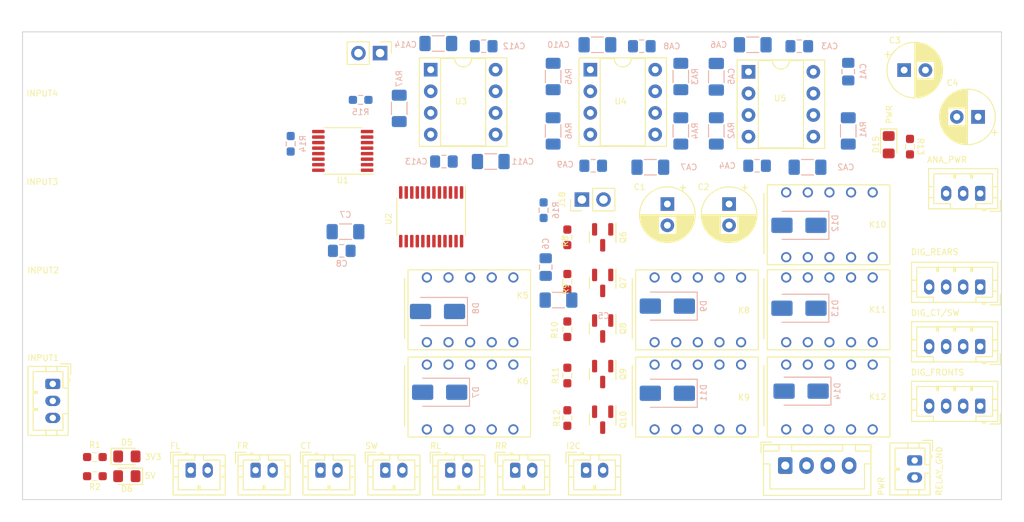
<source format=kicad_pcb>
(kicad_pcb (version 20221018) (generator pcbnew)
  (layers (0 "F.Cu" signal) (31 "B.Cu" signal) (34 "B.Paste" user) (35 "F.Paste" user) (36 "B.SilkS" user "B.Silkscreen") (37 "F.SilkS" user "F.Silkscreen") (38 "B.Mask" user) (39 "F.Mask" user) (44 "Edge.Cuts" user))
  (net 0 "")
  (net 1 "SCL")
  (net 2 "SDA")
  (net 3 "GND")
  (net 4 "AGND")
  (net 5 "FL")
  (net 6 "FR")
  (net 7 "CT")
  (net 8 "SW")
  (net 9 "RL")
  (net 10 "FL_DIG")
  (net 11 "FL_A")
  (net 12 "FR_A")
  (net 13 "FR_DIG")
  (net 14 "CT_DIG")
  (net 15 "CT_A")
  (net 16 "SW_A")
  (net 17 "SW_DIG")
  (net 18 "RL_DIG")
  (net 19 "RL_A")
  (net 20 "RR_A")
  (net 21 "RR_DIG")
  (net 22 "INPUT_L")
  (net 23 "INPUT_R")
  (net 24 "5CHGND")
  (net 25 "FR_AIN")
  (net 26 "FL_AIN")
  (net 27 "FR_AV")
  (net 28 "FL_AV")
  (net 29 "V-")
  (net 30 "V+")
  (net 31 "Net-(U5-InA+)")
  (net 35 "OPGND")
  (net 36 "3V3")
  (net 37 "5V")
  (net 38 "Net-(D5-A)")
  (net 39 "RCA4")
  (net 40 "RCA3")
  (net 41 "RCA2")
  (net 42 "RCA1")
  (net 43 "VOLCTL")
  (net 44 "Net-(Q6-B)")
  (net 45 "DIGCTL")
  (net 46 "RR")
  (net 47 "SW_SIG")
  (net 48 "RR_SIG")
  (net 49 "Net-(U1-VCC)")
  (net 50 "Net-(U4-InB-)")
  (net 51 "Net-(U4-OutA)")
  (net 52 "Net-(U4-InA-)")
  (net 53 "FR_SIG")
  (net 54 "Net-(Q7-B)")
  (net 55 "Net-(Q8-B)")
  (net 56 "Net-(Q9-B)")
  (net 57 "Net-(Q10-B)")
  (net 58 "FRONT_EN")
  (net 59 "CT_EN")
  (net 60 "SW_EN")
  (net 61 "REARS_EN")
  (net 70 "Net-(D15-A)")
  (net 71 "FL_SIG")
  (net 72 "CT_SIG")
  (net 73 "RL_SIG")
  (net 74 "Net-(D11-A)")
  (net 75 "Net-(D7-A)")
  (net 76 "Net-(D12-A)")
  (net 77 "Net-(D13-A)")
  (net 78 "Net-(D14-A)")
  (net 83 "Net-(CA5-Pad2)")
  (net 84 "Net-(D6-A)")
  (net 85 "POT_A1")
  (net 86 "GPIO_A2")
  (net 87 "PGND")
  (footprint "Capacitor_THT:CP_Radial_D6.3mm_P2.50mm" (layer "F.Cu") (at 188.25 83.25 -90)
    (fp_text reference "C1" (at -2 3.25 unlocked) (layer "F.SilkS") (effects (font (size 0.7 0.7) (thickness 0.1))))
    (fp_text value "100u")
    (pad "1" thru_hole rect (at 0 0 270) (size 1.6 1.6) (drill 0.8) (layers "*.Cu" "*.Mask") (net 37 "5V"))
    (pad "2" thru_hole circle (at 2.5 0 270) (size 1.6 1.6) (drill 0.8) (layers "*.Cu" "*.Mask") (net 3 "GND"))
  )
  (footprint "Package_DIP:DIP-8_W7.62mm_Socket" (layer "F.Cu") (at 197.78 67.7)
    (fp_text reference "U5" (at 3.719497 3.107491 unlocked) (layer "F.SilkS") (effects (font (size 0.7 0.7) (thickness 0.1))))
    (fp_text value "OPA2134")
    (pad "1" thru_hole rect (at 0 0) (size 1.6 1.6) (drill 0.8) (layers "*.Cu" "*.Mask") (net 16 "SW_A"))
    (pad "2" thru_hole oval (at 0 2.54) (size 1.6 1.6) (drill 0.8) (layers "*.Cu" "*.Mask") (net 16 "SW_A"))
    (pad "3" thru_hole oval (at 0 5.08) (size 1.6 1.6) (drill 0.8) (layers "*.Cu" "*.Mask") (net 31 "Net-(U5-InA+)"))
    (pad "4" thru_hole oval (at 0 7.62) (size 1.6 1.6) (drill 0.8) (layers "*.Cu" "*.Mask") (net 29 "V-"))
    (pad "5" thru_hole oval (at 7.62 7.62) (size 1.6 1.6) (drill 0.8) (layers "*.Cu" "*.Mask") (net 35 "OPGND"))
    (pad "6" thru_hole oval (at 7.62 5.08) (size 1.6 1.6) (drill 0.8) (layers "*.Cu" "*.Mask") (net 35 "OPGND"))
    (pad "7" thru_hole oval (at 7.62 2.54) (size 1.6 1.6) (drill 0.8) (layers "*.Cu" "*.Mask"))
    (pad "8" thru_hole oval (at 7.62 0) (size 1.6 1.6) (drill 0.8) (layers "*.Cu" "*.Mask") (net 30 "V+"))
  )
  (footprint "Package_DIP:DIP-8_W7.62mm_Socket" (layer "F.Cu") (at 179.2 67.45)
    (fp_text reference "U4" (at 3.559497 3.727491 unlocked) (layer "F.SilkS") (effects (font (size 0.7 0.7) (thickness 0.1))))
    (fp_text value "OPA2134")
    (pad "1" thru_hole rect (at 0 0) (size 1.6 1.6) (drill 0.8) (layers "*.Cu" "*.Mask") (net 51 "Net-(U4-OutA)"))
    (pad "2" thru_hole oval (at 0 2.54) (size 1.6 1.6) (drill 0.8) (layers "*.Cu" "*.Mask") (net 52 "Net-(U4-InA-)"))
    (pad "3" thru_hole oval (at 0 5.08) (size 1.6 1.6) (drill 0.8) (layers "*.Cu" "*.Mask") (net 35 "OPGND"))
    (pad "4" thru_hole oval (at 0 7.62) (size 1.6 1.6) (drill 0.8) (layers "*.Cu" "*.Mask") (net 29 "V-"))
    (pad "5" thru_hole oval (at 7.62 7.62) (size 1.6 1.6) (drill 0.8) (layers "*.Cu" "*.Mask") (net 35 "OPGND"))
    (pad "6" thru_hole oval (at 7.62 5.08) (size 1.6 1.6) (drill 0.8) (layers "*.Cu" "*.Mask") (net 50 "Net-(U4-InB-)"))
    (pad "7" thru_hole oval (at 7.62 2.54) (size 1.6 1.6) (drill 0.8) (layers "*.Cu" "*.Mask") (net 15 "CT_A"))
    (pad "8" thru_hole oval (at 7.62 0) (size 1.6 1.6) (drill 0.8) (layers "*.Cu" "*.Mask") (net 30 "V+"))
  )
  (footprint "Connector_JST:JST_PH_B2B-PH-K_1x02_P2.00mm_Vertical" (layer "F.Cu") (at 162.75 114.55)
    (fp_text reference "J9" hide)
    (fp_text value "Conn_01x02_Pin")
    (pad "1" thru_hole roundrect (at 0 0) (size 1.2 1.75) (drill 0.75) (layers "*.Cu" "*.Mask") (roundrect_rratio 0.208333) (net 4 "AGND"))
    (pad "2" thru_hole oval (at 2 0) (size 1.2 1.75) (drill 0.75) (layers "*.Cu" "*.Mask") (net 9 "RL"))
  )
  (footprint "Resistor_SMD:R_0603_1608Metric_Pad0.98x0.95mm_HandSolder" (layer "F.Cu") (at 176.5 103.4125 90)
    (fp_text reference "R11" (at 0 -1.4 90 unlocked) (layer "F.SilkS") (effects (font (size 0.7 0.7) (thickness 0.1))))
    (fp_text value "1K")
    (pad "1" smd roundrect (at -0.9125 0 90) (size 0.975 0.95) (layers "F.Cu" "F.Paste" "F.Mask") (net 61 "REARS_EN"))
    (pad "2" smd roundrect (at 0.9125 0 90) (size 0.975 0.95) (layers "F.Cu" "F.Paste" "F.Mask") (net 44 "Net-(Q6-B)"))
  )
  (footprint "MountingHole:MountingHole_3.2mm_M3" (layer "F.Cu") (at 225 115.5)
    (fp_text reference "H4" hide)
    (fp_text value "MountingHole")
    (pad "" np_thru_hole circle (at 0 0) (size 3.2 3.2) (drill 3.2) (layers "*.Cu" "*.Mask"))
  )
  (footprint "Capacitor_THT:CP_Radial_D6.3mm_P2.50mm" (layer "F.Cu") (at 216.0676 67.5)
    (fp_text reference "C3" (at -1.1 -3.5 unlocked) (layer "F.SilkS") (effects (font (size 0.7 0.7) (thickness 0.1))))
    (fp_text value "100u")
    (pad "1" thru_hole rect (at 0 0) (size 1.6 1.6) (drill 0.8) (layers "*.Cu" "*.Mask") (net 4 "AGND"))
    (pad "2" thru_hole circle (at 2.5 0) (size 1.6 1.6) (drill 0.8) (layers "*.Cu" "*.Mask") (net 29 "V-"))
  )
  (footprint "Package_SO:TSSOP-24_4.4x7.8mm_P0.65mm" (layer "F.Cu") (at 160.5 84.75 -90)
    (fp_text reference "U2" (at 0.25 5 90 unlocked) (layer "F.SilkS") (effects (font (size 0.7 0.7) (thickness 0.1))))
    (fp_text value "TCA9555")
    (pad "1" smd roundrect (at -2.8625 -3.575 270) (size 1.475 0.4) (layers "F.Cu" "F.Paste" "F.Mask"))
    (pad "2" smd roundrect (at -2.8625 -2.925 270) (size 1.475 0.4) (layers "F.Cu" "F.Paste" "F.Mask") (net 3 "GND"))
    (pad "3" smd roundrect (at -2.8625 -2.275 270) (size 1.475 0.4) (layers "F.Cu" "F.Paste" "F.Mask") (net 86 "GPIO_A2"))
    (pad "4" smd roundrect (at -2.8625 -1.625 270) (size 1.475 0.4) (layers "F.Cu" "F.Paste" "F.Mask") (net 39 "RCA4"))
    (pad "5" smd roundrect (at -2.8625 -0.975 270) (size 1.475 0.4) (layers "F.Cu" "F.Paste" "F.Mask") (net 40 "RCA3"))
    (pad "6" smd roundrect (at -2.8625 -0.325 270) (size 1.475 0.4) (layers "F.Cu" "F.Paste" "F.Mask") (net 41 "RCA2"))
    (pad "7" smd roundrect (at -2.8625 0.325 270) (size 1.475 0.4) (layers "F.Cu" "F.Paste" "F.Mask") (net 42 "RCA1"))
    (pad "8" smd roundrect (at -2.8625 0.975 270) (size 1.475 0.4) (layers "F.Cu" "F.Paste" "F.Mask") (net 43 "VOLCTL"))
    (pad "9" smd roundrect (at -2.8625 1.625 270) (size 1.475 0.4) (layers "F.Cu" "F.Paste" "F.Mask"))
    (pad "10" smd roundrect (at -2.8625 2.275 270) (size 1.475 0.4) (layers "F.Cu" "F.Paste" "F.Mask"))
    (pad "11" smd roundrect (at -2.8625 2.925 270) (size 1.475 0.4) (layers "F.Cu" "F.Paste" "F.Mask"))
    (pad "12" smd roundrect (at -2.8625 3.575 270) (size 1.475 0.4) (layers "F.Cu" "F.Paste" "F.Mask") (net 3 "GND"))
    (pad "13" smd roundrect (at 2.8625 3.575 270) (size 1.475 0.4) (layers "F.Cu" "F.Paste" "F.Mask") (net 45 "DIGCTL"))
    (pad "14" smd roundrect (at 2.8625 2.925 270) (size 1.475 0.4) (layers "F.Cu" "F.Paste" "F.Mask") (net 58 "FRONT_EN"))
    (pad "15" smd roundrect (at 2.8625 2.275 270) (size 1.475 0.4) (layers "F.Cu" "F.Paste" "F.Mask") (net 59 "CT_EN"))
    (pad "16" smd roundrect (at 2.8625 1.625 270) (size 1.475 0.4) (layers "F.Cu" "F.Paste" "F.Mask") (net 61 "REARS_EN"))
    (pad "17" smd roundrect (at 2.8625 0.975 270) (size 1.475 0.4) (layers "F.Cu" "F.Paste" "F.Mask") (net 60 "SW_EN"))
    (pad "18" smd roundrect (at 2.8625 0.325 270) (size 1.475 0.4) (layers "F.Cu" "F.Paste" "F.Mask"))
    (pad "19" smd roundrect (at 2.8625 -0.325 270) (size 1.475 0.4) (layers "F.Cu" "F.Paste" "F.Mask"))
    (pad "20" smd roundrect (at 2.8625 -0.975 270) (size 1.475 0.4) (layers "F.Cu" "F.Paste" "F.Mask"))
    (pad "21" smd roundrect (at 2.8625 -1.625 270) (size 1.475 0.4) (layers "F.Cu" "F.Paste" "F.Mask") (net 3 "GND"))
    (pad "22" smd roundrect (at 2.8625 -2.275 270) (size 1.475 0.4) (layers "F.Cu" "F.Paste" "F.Mask") (net 1 "SCL"))
    (pad "23" smd roundrect (at 2.8625 -2.925 270) (size 1.475 0.4) (layers "F.Cu" "F.Paste" "F.Mask") (net 2 "SDA"))
    (pad "24" smd roundrect (at 2.8625 -3.575 270) (size 1.475 0.4) (layers "F.Cu" "F.Paste" "F.Mask") (net 36 "3V3"))
  )
  (footprint "Connector_JST:JST_PH_B4B-PH-K_1x04_P2.00mm_Vertical" (layer "F.Cu") (at 225 107 180)
    (fp_text reference "J15" hide)
    (fp_text value "Conn_01x04_Pin")
    (pad "1" thru_hole roundrect (at 0 0 180) (size 1.2 1.75) (drill 0.75) (layers "*.Cu" "*.Mask") (roundrect_rratio 0.208333) (net 24 "5CHGND"))
    (pad "2" thru_hole oval (at 2 0 180) (size 1.2 1.75) (drill 0.75) (layers "*.Cu" "*.Mask") (net 10 "FL_DIG"))
    (pad "3" thru_hole oval (at 4 0 180) (size 1.2 1.75) (drill 0.75) (layers "*.Cu" "*.Mask") (net 24 "5CHGND"))
    (pad "4" thru_hole oval (at 6 0 180) (size 1.2 1.75) (drill 0.75) (layers "*.Cu" "*.Mask") (net 13 "FR_DIG"))
  )
  (footprint "Resistor_SMD:R_0603_1608Metric_Pad0.98x0.95mm_HandSolder" (layer "F.Cu") (at 176.5 97.9687 90)
    (fp_text reference "R10" (at -0.0938 -1.5 90 unlocked) (layer "F.SilkS") (effects (font (size 0.7 0.7) (thickness 0.1))))
    (fp_text value "1K")
    (pad "1" smd roundrect (at -0.9125 0 90) (size 0.975 0.95) (layers "F.Cu" "F.Paste" "F.Mask") (net 60 "SW_EN"))
    (pad "2" smd roundrect (at 0.9125 0 90) (size 0.975 0.95) (layers "F.Cu" "F.Paste" "F.Mask") (net 54 "Net-(Q7-B)"))
  )
  (footprint "Connector_JST:JST_PH_B2B-PH-K_1x02_P2.00mm_Vertical" (layer "F.Cu") (at 155.125 114.55)
    (fp_text reference "J8" hide)
    (fp_text value "Conn_01x02_Pin")
    (pad "1" thru_hole roundrect (at 0 0) (size 1.2 1.75) (drill 0.75) (layers "*.Cu" "*.Mask") (roundrect_rratio 0.208333) (net 4 "AGND"))
    (pad "2" thru_hole oval (at 2 0) (size 1.2 1.75) (drill 0.75) (layers "*.Cu" "*.Mask") (net 8 "SW"))
  )
  (footprint "Connector_JST:JST_PH_B3B-PH-K_1x03_P2.00mm_Vertical" (layer "F.Cu") (at 225 82 180)
    (fp_text reference "J16" hide)
    (fp_text value "Conn_01x03_Pin")
    (pad "1" thru_hole roundrect (at 0 0 180) (size 1.2 1.75) (drill 0.75) (layers "*.Cu" "*.Mask") (roundrect_rratio 0.208333) (net 29 "V-"))
    (pad "2" thru_hole oval (at 2 0 180) (size 1.2 1.75) (drill 0.75) (layers "*.Cu" "*.Mask") (net 35 "OPGND"))
    (pad "3" thru_hole oval (at 4 0 180) (size 1.2 1.75) (drill 0.75) (layers "*.Cu" "*.Mask") (net 30 "V+"))
  )
  (footprint "Package_TO_SOT_SMD:SOT-23" (layer "F.Cu") (at 180.65 103.2425 -90)
    (fp_text reference "Q9" (at 0 -2.4 90 unlocked) (layer "F.SilkS") (effects (font (size 0.7 0.7) (thickness 0.1))))
    (fp_text value "BC859")
    (pad "1" smd roundrect (at -0.9375 -0.95 270) (size 1.475 0.6) (layers "F.Cu" "F.Paste" "F.Mask") (net 56 "Net-(Q9-B)"))
    (pad "2" smd roundrect (at -0.9375 0.95 270) (size 1.475 0.6) (layers "F.Cu" "F.Paste" "F.Mask") (net 75 "Net-(D7-A)"))
    (pad "3" smd roundrect (at 0.9375 0 270) (size 1.475 0.6) (layers "F.Cu" "F.Paste" "F.Mask") (net 87 "PGND"))
  )
  (footprint "LED_SMD:LED_0805_2012Metric_Pad1.15x1.40mm_HandSolder" (layer "F.Cu") (at 124.755 112.925)
    (fp_text reference "D5" (at 0 -1.65 unlocked) (layer "F.SilkS") (effects (font (size 0.7 0.7) (thickness 0.1))))
    (fp_text value "YELLOW")
    (pad "1" smd roundrect (at -1.025 0) (size 1.15 1.4) (layers "F.Cu" "F.Paste" "F.Mask") (roundrect_rratio 0.217391) (net 3 "GND"))
    (pad "2" smd roundrect (at 1.025 0) (size 1.15 1.4) (layers "F.Cu" "F.Paste" "F.Mask") (roundrect_rratio 0.217391) (net 38 "Net-(D5-A)"))
  )
  (footprint "Components:KEMET EA2" (layer "F.Cu") (at 191.83 105.94)
    (fp_text reference "K9" (at 5.42 0.06 unlocked) (layer "F.SilkS") (effects (font (size 0.7 0.7) (thickness 0.1))))
    (fp_text value "EC2-5NU")
    (pad "1" thru_hole circle (at -5.08 3.81) (size 1.2 1.2) (drill 0.8) (layers "*.Cu" "*.Mask") (net 37 "5V"))
    (pad "3" thru_hole circle (at -2.54 3.81) (size 1.2 1.2) (drill 0.8) (layers "*.Cu" "*.Mask") (net 4 "AGND"))
    (pad "4" thru_hole circle (at 0 3.81) (size 1.2 1.2) (drill 0.8) (layers "*.Cu" "*.Mask") (net 7 "CT"))
    (pad "5" thru_hole circle (at 2.54 3.81) (size 1.2 1.2) (drill 0.8) (layers "*.Cu" "*.Mask") (net 72 "CT_SIG"))
    (pad "6" thru_hole circle (at 5.08 3.81) (size 1.2 1.2) (drill 0.8) (layers "*.Cu" "*.Mask"))
    (pad "7" thru_hole circle (at 5.08 -3.81) (size 1.2 1.2) (drill 0.8) (layers "*.Cu" "*.Mask"))
    (pad "8" thru_hole circle (at 2.54 -3.81) (size 1.2 1.2) (drill 0.8) (layers "*.Cu" "*.Mask"))
    (pad "9" thru_hole circle (at 0 -3.81) (size 1.2 1.2) (drill 0.8) (layers "*.Cu" "*.Mask"))
    (pad "10" thru_hole circle (at -2.54 -3.81) (size 1.2 1.2) (drill 0.8) (layers "*.Cu" "*.Mask"))
    (pad "12" thru_hole circle (at -5.08 -3.81) (size 1.2 1.2) (drill 0.8) (layers "*.Cu" "*.Mask") (net 74 "Net-(D11-A)"))
  )
  (footprint "Connector_JST:JST_PH_B2B-PH-K_1x02_P2.00mm_Vertical" (layer "F.Cu") (at 139.875 114.55)
    (fp_text reference "J6" hide)
    (fp_text value "Conn_01x02_Pin")
    (pad "1" thru_hole roundrect (at 0 0) (size 1.2 1.75) (drill 0.75) (layers "*.Cu" "*.Mask") (roundrect_rratio 0.208333) (net 4 "AGND"))
    (pad "2" thru_hole oval (at 2 0) (size 1.2 1.75) (drill 0.75) (layers "*.Cu" "*.Mask") (net 6 "FR"))
  )
  (footprint "Resistor_SMD:R_0603_1608Metric_Pad0.98x0.95mm_HandSolder" (layer "F.Cu") (at 121 115.25)
    (fp_text reference "R2" (at 0 1.25 unlocked) (layer "F.SilkS") (effects (font (size 0.7 0.7) (thickness 0.1))))
    (fp_text value "670R")
    (pad "1" smd roundrect (at -0.9125 0) (size 0.975 0.95) (layers "F.Cu" "F.Paste" "F.Mask") (net 37 "5V"))
    (pad "2" smd roundrect (at 0.9125 0) (size 0.975 0.95) (layers "F.Cu" "F.Paste" "F.Mask") (net 84 "Net-(D6-A)"))
  )
  (footprint "MountingHole:MountingHole_3.2mm_M3" (layer "F.Cu") (at 115 65.5)
    (fp_text reference "H1" hide)
    (fp_text value "MountingHole")
    (pad "" np_thru_hole circle (at 0 0) (size 3.2 3.2) (drill 3.2) (layers "*.Cu" "*.Mask"))
  )
  (footprint "Components:KEMET EA2" (layer "F.Cu") (at 207.29 85.69)
    (fp_text reference "K10" (at 5.67 -0.0233 unlocked) (layer "F.SilkS") (effects (font (size 0.7 0.7) (thickness 0.1))))
    (fp_text value "EC2-5NU")
    (pad "1" thru_hole circle (at -5.08 3.81) (size 1.2 1.2) (drill 0.8) (layers "*.Cu" "*.Mask") (net 37 "5V"))
    (pad "3" thru_hole circle (at -2.54 3.81) (size 1.2 1.2) (drill 0.8) (layers "*.Cu" "*.Mask") (net 19 "RL_A"))
    (pad "4" thru_hole circle (at 0 3.81) (size 1.2 1.2) (drill 0.8) (layers "*.Cu" "*.Mask") (net 73 "RL_SIG"))
    (pad "5" thru_hole circle (at 2.54 3.81) (size 1.2 1.2) (drill 0.8) (layers "*.Cu" "*.Mask") (net 18 "RL_DIG"))
    (pad "6" thru_hole circle (at 5.08 3.81) (size 1.2 1.2) (drill 0.8) (layers "*.Cu" "*.Mask"))
    (pad "7" thru_hole circle (at 5.08 -3.81) (size 1.2 1.2) (drill 0.8) (layers "*.Cu" "*.Mask"))
    (pad "8" thru_hole circle (at 2.54 -3.81) (size 1.2 1.2) (drill 0.8) (layers "*.Cu" "*.Mask") (net 21 "RR_DIG"))
    (pad "9" thru_hole circle (at 0 -3.81) (size 1.2 1.2) (drill 0.8) (layers "*.Cu" "*.Mask") (net 48 "RR_SIG"))
    (pad "10" thru_hole circle (at -2.54 -3.81) (size 1.2 1.2) (drill 0.8) (layers "*.Cu" "*.Mask") (net 20 "RR_A"))
    (pad "12" thru_hole circle (at -5.08 -3.81) (size 1.2 1.2) (drill 0.8) (layers "*.Cu" "*.Mask") (net 76 "Net-(D12-A)"))
  )
  (footprint "Connector_JST:JST_XH_B4B-XH-A_1x04_P2.50mm_Vertical" (layer "F.Cu") (at 202.1 114)
    (fp_text reference "J12" hide)
    (fp_text value "Conn_01x04_Pin")
    (pad "1" thru_hole roundrect (at 0 0) (size 1.7 1.95) (drill 0.95) (layers "*.Cu" "*.Mask") (roundrect_rratio 0.147059) (net 3 "GND"))
    (pad "2" thru_hole oval (at 2.5 0) (size 1.7 1.95) (drill 0.95) (layers "*.Cu" "*.Mask") (net 36 "3V3"))
    (pad "3" thru_hole oval (at 5 0) (size 1.7 1.95) (drill 0.95) (layers "*.Cu" "*.Mask") (net 4 "AGND"))
    (pad "4" thru_hole oval (at 7.5 0) (size 1.7 1.95) (drill 0.95) (layers "*.Cu" "*.Mask") (net 37 "5V"))
  )
  (footprint "Resistor_SMD:R_0603_1608Metric_Pad0.98x0.95mm_HandSolder" (layer "F.Cu") (at 176.5 87.1625 90)
    (fp_text reference "R8" (at -0.45 -0.25 90 unlocked) (layer "F.SilkS") (effects (font (size 0.7 0.7) (thickness 0.1))))
    (fp_text value "1K")
    (pad "1" smd roundrect (at -0.9125 0 90) (size 0.975 0.95) (layers "F.Cu" "F.Paste" "F.Mask") (net 58 "FRONT_EN"))
    (pad "2" smd roundrect (at 0.9125 0 90) (size 0.975 0.95) (layers "F.Cu" "F.Paste" "F.Mask") (net 56 "Net-(Q9-B)"))
  )
  (footprint "Connector_JST:JST_PH_B2B-PH-K_1x02_P2.00mm_Vertical" (layer "F.Cu") (at 217.3 113.4 -90)
    (fp_text reference "J19" hide)
    (fp_text value "Conn_01x02_Pin")
    (pad "1" thru_hole roundrect (at 0 0 270) (size 1.2 1.75) (drill 0.75) (layers "*.Cu" "*.Mask") (roundrect_rratio 0.208333) (net 87 "PGND"))
    (pad "2" thru_hole oval (at 2 0 270) (size 1.2 1.75) (drill 0.75) (layers "*.Cu" "*.Mask"))
  )
  (footprint "Connector_JST:JST_PH_B3B-PH-K_1x03_P2.00mm_Vertical" (layer "F.Cu") (at 116.05 104.4 -90)
    (fp_text reference "J4" hide)
    (fp_text value "Conn_01x03_Pin")
    (pad "1" thru_hole roundrect (at 0 0 270) (size 1.2 1.75) (drill 0.75) (layers "*.Cu" "*.Mask") (roundrect_rratio 0.208333) (net 22 "INPUT_L"))
    (pad "2" thru_hole oval (at 2 0 270) (size 1.2 1.75) (drill 0.75) (layers "*.Cu" "*.Mask") (net 4 "AGND"))
    (pad "3" thru_hole oval (at 4 0 270) (size 1.2 1.75) (drill 0.75) (layers "*.Cu" "*.Mask") (net 23 "INPUT_R"))
  )
  (footprint "Package_TO_SOT_SMD:SOT-23" (layer "F.Cu") (at 180.65 87.1625 -90)
    (fp_text reference "Q6" (at 0 -2.4 90 unlocked) (layer "F.SilkS") (effects (font (size 0.7 0.7) (thickness 0.1))))
    (fp_text value "BC859")
    (pad "1" smd roundrect (at -0.9375 -0.95 270) (size 1.475 0.6) (layers "F.Cu" "F.Paste" "F.Mask") (net 44 "Net-(Q6-B)"))
    (pad "2" smd roundrect (at -0.9375 0.95 270) (size 1.475 0.6) (layers "F.Cu" "F.Paste" "F.Mask") (net 78 "Net-(D14-A)"))
    (pad "3" smd roundrect (at 0.9375 0 270) (size 1.475 0.6) (layers "F.Cu" "F.Paste" "F.Mask"))
  )
  (footprint "LED_SMD:LED_0805_2012Metric_Pad1.15x1.40mm_HandSolder" (layer "F.Cu") (at 124.75 115.25 180)
    (fp_text reference "D6" (at 0 -1.5 unlocked) (layer "F.SilkS") (effects (font (size 0.7 0.7) (thickness 0.1))))
    (fp_text value "BLUE")
    (pad "1" smd roundrect (at -1.025 0 180) (size 1.15 1.4) (layers "F.Cu" "F.Paste" "F.Mask") (roundrect_rratio 0.217391) (net 3 "GND"))
    (pad "2" smd roundrect (at 1.025 0 180) (size 1.15 1.4) (layers "F.Cu" "F.Paste" "F.Mask") (roundrect_rratio 0.217391) (net 84 "Net-(D6-A)"))
  )
  (footprint "Capacitor_THT:CP_Radial_D6.3mm_P2.50mm" (layer "F.Cu") (at 195.5 83.25 -90)
    (fp_text reference "C2" (at -2 3 unlocked) (layer "F.SilkS") (effects (font (size 0.7 0.7) (thickness 0.1))))
    (fp_text value "100u")
    (pad "1" thru_hole rect (at 0 0 270) (size 1.6 1.6) (drill 0.8) (layers "*.Cu" "*.Mask") (net 36 "3V3"))
    (pad "2" thru_hole circle (at 2.5 0 270) (size 1.6 1.6) (drill 0.8) (layers "*.Cu" "*.Mask") (net 3 "GND"))
  )
  (footprint "Resistor_SMD:R_0603_1608Metric_Pad0.98x0.95mm_HandSolder" (layer "F.Cu") (at 121 113)
    (fp_text reference "R1" (at 0 -1.43 unlocked) (layer "F.SilkS") (effects (font (size 0.7 0.7) (thickness 0.1))))
    (fp_text value "430R")
    (pad "1" smd roundrect (at -0.9125 0) (size 0.975 0.95) (layers "F.Cu" "F.Paste" "F.Mask") (net 36 "3V3"))
    (pad "2" smd roundrect (at 0.9125 0) (size 0.975 0.95) (layers "F.Cu" "F.Paste" "F.Mask") (net 38 "Net-(D5-A)"))
  )
  (footprint "Package_DIP:DIP-8_W7.62mm_Socket" (layer "F.Cu") (at 160.45 67.45)
    (fp_text reference "U3" (at 3.559497 3.727491 unlocked) (layer "F.SilkS") (effects (font (size 0.7 0.7) (thickness 0.1))))
    (fp_text value "OPA2134")
    (pad "1" thru_hole rect (at 0 0) (size 1.6 1.6) (drill 0.8) (layers "*.Cu" "*.Mask") (net 19 "RL_A"))
    (pad "2" thru_hole oval (at 0 2.54) (size 1.6 1.6) (drill 0.8) (layers "*.Cu" "*.Mask") (net 19 "RL_A"))
    (pad "3" thru_hole oval (at 0 5.08) (size 1.6 1.6) (drill 0.8) (layers "*.Cu" "*.Mask") (net 11 "FL_A"))
    (pad "4" thru_hole oval (at 0 7.62) (size 1.6 1.6) (drill 0.8) (layers "*.Cu" "*.Mask") (net 29 "V-"))
    (pad "5" thru_hole oval (at 7.62 7.62) (size 1.6 1.6) (drill 0.8) (layers "*.Cu" "*.Mask") (net 12 "FR_A"))
    (pad "6" thru_hole oval (at 7.62 5.08) (size 1.6 1.6) (drill 0.8) (layers "*.Cu" "*.Mask") (net 20 "RR_A"))
    (pad "7" thru_hole oval (at 7.62 2.54) (size 1.6 1.6) (drill 0.8) (layers "*.Cu" "*.Mask") (net 20 "RR_A"))
    (pad "8" thru_hole oval (at 7.62 0) (size 1.6 1.6) (drill 0.8) (layers "*.Cu" "*.Mask") (net 30 "V+"))
  )
  (footprint "Connector_PinHeader_2.54mm:PinHeader_1x02_P2.54mm_Vertical" (layer "F.Cu") (at 154.5 65.5 -90)
    (fp_text reference "J17" hide)
    (fp_text value "Conn_01x02_Pin")
    (pad "1" thru_hole rect (at 0 0 270) (size 1.7 1.7) (drill 1) (layers "*.Cu" "*.Mask") (net 85 "POT_A1"))
    (pad "2" thru_hole oval (at 0 2.54 270) (size 1.7 1.7) (drill 1) (layers "*.Cu" "*.Mask") (net 36 "3V3"))
  )
  (footprint "Components:KEMET EA2" (layer "F.Cu") (at 207.29 95.69)
    (fp_text reference "K11" (at 5.67 -0.0233 unlocked) (layer "F.SilkS") (effects (font (size 0.7 0.7) (thickness 0.1))))
    (fp_text value "EC2-5NU")
    (pad "1" thru_hole circle (at -5.08 3.81) (size 1.2 1.2) (drill 0.8) (layers "*.Cu" "*.Mask") (net 37 "5V"))
    (pad "3" thru_hole circle (at -2.54 3.81) (size 1.2 1.2) (drill 0.8) (layers "*.Cu" "*.Mask"))
    (pad "4" thru_hole circle (at 0 3.81) (size 1.2 1.2) (drill 0.8) (layers "*.Cu" "*.Mask"))
    (pad "5" thru_hole circle (at 2.54 3.81) (size 1.2 1.2) (drill 0.8) (layers "*.Cu" "*.Mask"))
    (pad "6" thru_hole circle (at 5.08 3.81) (size 1.2 1.2) (drill 0.8) (layers "*.Cu" "*.Mask"))
    (pad "7" thru_hole circle (at 5.08 -3.81) (size 1.2 1.2) (drill 0.8) (layers "*.Cu" "*.Mask"))
    (pad "8" thru_hole circle (at 2.54 -3.81) (size 1.2 1.2) (drill 0.8) (layers "*.Cu" "*.Mask") (net 47 "SW_SIG"))
    (pad "9" thru_hole circle (at 0 -3.81) (size 1.2 1.2) (drill 0.8) (layers "*.Cu" "*.Mask") (net 8 "SW"))
    (pad "10" thru_hole circle (at -2.54 -3.81) (size 1.2 1.2) (drill 0.8) (layers "*.Cu" "*.Mask") (net 4 "AGND"))
    (pad "12" thru_hole circle (at -5.08 -3.81) (size 1.2 1.2) (drill 0.8) (layers "*.Cu" "*.Mask") (net 77 "Net-(D13-A)"))
  )
  (footprint "Package_SO:TSSOP-16_4.4x5mm_P0.65mm" (layer "F.Cu") (at 150.1125 77 180)
    (fp_text reference "U1" (at 0 -3.45 unlocked) (layer "F.SilkS") (effects (font (size 0.7 0.7) (thickness 0.1))))
    (fp_text value "DS1881")
    (pad "1" smd roundrect (at -2.8625 -2.275 180) (size 1.475 0.4) (layers "F.Cu" "F.Paste" "F.Mask") (net 3 "GND"))
    (pad "2" smd roundrect (at -2.8625 -1.625 180) (size 1.475 0.4) (layers "F.Cu" "F.Paste" "F.Mask") (net 3 "GND"))
    (pad "3" smd roundrect (at -2.8625 -0.975 180) (size 1.475 0.4) (layers "F.Cu" "F.Paste" "F.Mask") (net 85 "POT_A1"))
    (pad "4" smd roundrect (at -2.8625 -0.325 180) (size 1.475 0.4) (layers "F.Cu" "F.Paste" "F.Mask") (net 3 "GND"))
    (pad "5" smd roundrect (at -2.8625 0.325 180) (size 1.475 0.4) (layers "F.Cu" "F.Paste" "F.Mask") (net 3 "GND"))
    (pad "6" smd roundrect (at -2.8625 0.975 180) (size 1.475 0.4) (layers "F.Cu" "F.Paste" "F.Mask") (net 28 "FL_AV"))
    (pad "7" smd roundrect (at -2.8625 1.625 180) (size 1.475 0.4) (layers "F.Cu" "F.Paste" "F.Mask") (net 4 "AGND"))
    (pad "8" smd roundrect (at -2.8625 2.275 180) (size 1.475 0.4) (layers "F.Cu" "F.Paste" "F.Mask") (net 26 "FL_AIN"))
    (pad "9" smd roundrect (at 2.8625 2.275 180) (size 1.475 0.4) (layers "F.Cu" "F.Paste" "F.Mask") (net 4 "AGND"))
    (pad "10" smd roundrect (at 2.8625 1.625 180) (size 1.475 0.4) (layers "F.Cu" "F.Paste" "F.Mask") (net 25 "FR_AIN"))
    (pad "11" smd roundrect (at 2.8625 0.975 180) (size 1.475 0.4) (layers "F.Cu" "F.Paste" "F.Mask") (net 27 "FR_AV"))
    (pad "12" smd roundrect (at 2.8625 0.325 180) (size 1.475 0.4) (layers "F.Cu" "F.Paste" "F.Mask") (net 3 "GND"))
    (pad "13" smd roundrect (at 2.8625 -0.325 180) (size 1.475 0.4) (layers "F.Cu" "F.Paste" "F.Mask") (net 2 "SDA"))
    (pad "14" smd roundrect (at 2.8625 -0.975 180) (size 1.475 0.4) (layers "F.Cu" "F.Paste" "F.Mask") (net 1 "SCL"))
    (pad "15" smd roundrect (at 2.8625 -1.625 180) (size 1.475 0.4) (layers "F.Cu" "F.Paste" "F.Mask") (net 49 "Net-(U1-VCC)"))
    (pad "16" smd roundrect (at 2.8625 -2.275 180) (size 1.475 0.4) (layers "F.Cu" "F.Paste" "F.Mask") (net 36 "3V3"))
  )
  (footprint "Connector_JST:JST_PH_B2B-PH-K_1x02_P2.00mm_Vertical" (layer "F.Cu") (at 132.25 114.55)
    (fp_text reference "J5" hide)
    (fp_text value "Conn_01x02_Pin")
    (pad "1" thru_hole roundrect (at 0 0) (size 1.2 1.75) (drill 0.75) (layers "*.Cu" "*.Mask") (roundrect_rratio 0.208333) (net 4 "AGND"))
    (pad "2" thru_hole oval (at 2 0) (size 1.2 1.75) (drill 0.75) (layers "*.Cu" "*.Mask") (net 5 "FL"))
  )
  (footprint "Components:KEMET EA2" (layer "F.Cu") (at 191.83 95.69)
    (fp_text reference "K8" (at 5.42 0.06 unlocked) (layer "F.SilkS") (effects (font (size 0.7 0.7) (thickness 0.1))))
    (fp_text value "EC2-5NU")
    (pad "1" thru_hole circle (at -5.08 3.81) (size 1.2 1.2) (drill 0.8) (layers "*.Cu" "*.Mask") (net 37 "5V"))
    (pad "3" thru_hole circle (at -2.54 3.81) (size 1.2 1.2) (drill 0.8) (layers "*.Cu" "*.Mask") (net 15 "CT_A"))
    (pad "4" thru_hole circle (at 0 3.81) (size 1.2 1.2) (drill 0.8) (layers "*.Cu" "*.Mask") (net 72 "CT_SIG"))
    (pad "5" thru_hole circle (at 2.54 3.81) (size 1.2 1.2) (drill 0.8) (layers "*.Cu" "*.Mask") (net 14 "CT_DIG"))
    (pad "6" thru_hole circle (at 5.08 3.81) (size 1.2 1.2) (drill 0.8) (layers "*.Cu" "*.Mask"))
    (pad "7" thru_hole circle (at 5.08 -3.81) (size 1.2 1.2) (drill 0.8) (layers "*.Cu" "*.Mask"))
    (pad "8" thru_hole circle (at 2.54 -3.81) (size 1.2 1.2) (drill 0.8) (layers "*.Cu" "*.Mask") (net 17 "SW_DIG"))
    (pad "9" thru_hole circle (at 0 -3.81) (size 1.2 1.2) (drill 0.8) (layers "*.Cu" "*.Mask") (net 47 "SW_SIG"))
    (pad "10" thru_hole circle (at -2.54 -3.81) (size 1.2 1.2) (drill 0.8) (layers "*.Cu" "*.Mask") (net 16 "SW_A"))
    (pad "12" thru_hole circle (at -5.08 -3.81) (size 1.2 1.2) (drill 0.8) (layers "*.Cu" "*.Mask") (net 76 "Net-(D12-A)"))
  )
  (footprint "Capacitor_THT:CP_Radial_D6.3mm_P2.50mm" (layer "F.Cu") (at 224.75 73 180)
    (fp_text reference "C4" (at 3 4 unlocked) (layer "F.SilkS") (effects (font (size 0.7 0.7) (thickness 0.1))))
    (fp_text value "100u")
    (pad "1" thru_hole rect (at 0 0 180) (size 1.6 1.6) (drill 0.8) (layers "*.Cu" "*.Mask") (net 30 "V+"))
    (pad "2" thru_hole circle (at 2.5 0 180) (size 1.6 1.6) (drill 0.8) (layers "*.Cu" "*.Mask") (net 4 "AGND"))
  )
  (footprint "Package_TO_SOT_SMD:SOT-23" (layer "F.Cu") (at 180.65 97.8825 -90)
    (fp_text reference "Q8" (at 0 -2.4 90 unlocked) (layer "F.SilkS") (effects (font (size 0.7 0.7) (thickness 0.1))))
    (fp_text value "BC859")
    (pad "1" smd roundrect (at -0.9375 -0.95 270) (size 1.475 0.6) (layers "F.Cu" "F.Paste" "F.Mask") (net 55 "Net-(Q8-B)"))
    (pad "2" smd roundrect (at -0.9375 0.95 270) (size 1.475 0.6) (layers "F.Cu" "F.Paste" "F.Mask") (net 74 "Net-(D11-A)"))
    (pad "3" smd roundrect (at 0.9375 0 270) (size 1.475 0.6) (layers "F.Cu" "F.Paste" "F.Mask") (net 87 "PGND"))
  )
  (footprint "Connector_JST:JST_PH_B2B-PH-K_1x02_P2.00mm_Vertical" (layer "F.Cu") (at 147.5 114.55)
    (fp_text reference "J7" hide)
    (fp_text value "Conn_01x02_Pin")
    (pad "1" thru_hole roundrect (at 0 0) (size 1.2 1.75) (drill 0.75) (layers "*.Cu" "*.Mask") (roundrect_rratio 0.208333) (net 4 "AGND"))
    (pad "2" thru_hole oval (at 2 0) (size 1.2 1.75) (drill 0.75) (layers "*.Cu" "*.Mask") (net 7 "CT"))
  )
  (footprint "Connector_JST:JST_PH_B4B-PH-K_1x04_P2.00mm_Vertical" (layer "F.Cu") (at 225 93 180)
    (fp_text reference "J13" hide)
    (fp_text value "Conn_01x04_Pin")
    (pad "1" thru_hole roundrect (at 0 0 180) (size 1.2 1.75) (drill 0.75) (layers "*.Cu" "*.Mask") (roundrect_rratio 0.208333) (net 24 "5CHGND"))
    (pad "2" thru_hole oval (at 2 0 180) (size 1.2 1.75) (drill 0.75) (layers "*.Cu" "*.Mask") (net 18 "RL_DIG"))
    (pad "3" thru_hole oval (at 4 0 180) (size 1.2 1.75) (drill 0.75) (layers "*.Cu" "*.Mask") (net 24 "5CHGND"))
    (pad "4" thru_hole oval (at 6 0 180) (size 1.2 1.75) (drill 0.75) (layers "*.Cu" "*.Mask") (net 21 "RR_DIG"))
  )
  (footprint "Package_TO_SOT_SMD:SOT-23" (layer "F.Cu") (at 180.65 108.6025 -90)
    (fp_text reference "Q10" (at 0 -2.4 90 unlocked) (layer "F.SilkS") (effects (font (size 0.7 0.7) (thickness 0.1))))
    (fp_text value "BC859")
    (pad "1" smd roundrect (at -0.9375 -0.95 270) (size 1.475 0.6) (layers "F.Cu" "F.Paste" "F.Mask") (net 57 "Net-(Q10-B)"))
    (pad "2" smd roundrect (at -0.9375 0.95 270) (size 1.475 0.6) (layers "F.Cu" "F.Paste" "F.Mask") (net 76 "Net-(D12-A)"))
    (pad "3" smd roundrect (at 0.9375 0 270) (size 1.475 0.6) (layers "F.Cu" "F.Paste" "F.Mask") (net 87 "PGND"))
  )
  (footprint "Connector_PinHeader_2.54mm:PinHeader_1x02_P2.54mm_Vertical" (layer "F.Cu") (at 178.21 82.7219 90)
    (fp_text reference "J18" (at 0 -2.33 90 unlocked) (layer "F.SilkS") (effects (font (size 0.7 0.7) (thickness 0.1))))
    (fp_text value "Conn_01x02_Pin")
    (pad "1" thru_hole rect (at 0 0 90) (size 1.7 1.7) (drill 1) (layers "*.Cu" "*.Mask") (net 86 "GPIO_A2"))
    (pad "2" thru_hole oval (at 0 2.54 90) (size 1.7 1.7) (drill 1) (layers "*.Cu" "*.Mask") (net 36 "3V3"))
  )
  (footprint "Connector_JST:JST_PH_B4B-PH-K_1x04_P2.00mm_Vertical" (layer "F.Cu") (at 225 100 180)
    (fp_text reference "J14" hide)
    (fp_text value "Conn_01x04_Pin")
    (pad "1" thru_hole roundrect (at 0 0 180) (size 1.2 1.75) (drill 0.75) (layers "*.Cu" "*.Mask") (roundrect_rratio 0.208333) (net 24 "5CHGND"))
    (pad "2" thru_hole oval (at 2 0 180) (size 1.2 1.75) (drill 0.75) (layers "*.Cu" "*.Mask") (net 14 "CT_DIG"))
    (pad "3" thru_hole oval (at 4 0 180) (size 1.2 1.75) (drill 0.75) (layers "*.Cu" "*.Mask") (net 24 "5CHGND"))
    (pad "4" thru_hole oval (at 6 0 180) (size 1.2 1.75) (drill 0.75) (layers "*.Cu" "*.Mask") (net 17 "SW_DIG"))
  )
  (footprint "Connector_JST:JST_PH_B2B-PH-K_1x02_P2.00mm_Vertical" (layer "F.Cu") (at 178.7 114.55)
    (fp_text reference "J11" hide)
    (fp_text value "Conn_01x02_Male")
    (pad "1" thru_hole roundrect (at 0 0) (size 1.2 1.75) (drill 0.75) (layers "*.Cu" "*.Mask") (roundrect_rratio 0.208333) (net 1 "SCL"))
    (pad "2" thru_hole oval (at 2 0) (size 1.2 1.75) (drill 0.75) (layers "*.Cu" "*.Mask") (net 2 "SDA"))
  )
  (footprint "Connector_JST:JST_PH_B2B-PH-K_1x02_P2.00mm_Vertical" (layer "F.Cu") (at 170.375 114.55)
    (fp_text reference "J10" hide)
    (fp_text value "Conn_01x02_Pin")
    (pad "1" thru_hole roundrect (at 0 0) (size 1.2 1.75) (drill 0.75) (layers "*.Cu" "*.Mask") (roundrect_rratio 0.208333) (net 4 "AGND"))
    (pad "2" thru_hole oval (at 2 0) (size 1.2 1.75) (drill 0.75) (layers "*.Cu" "*.Mask") (net 46 "RR"))
  )
  (footprint "MountingHole:MountingHole_3.2mm_M3" (layer "F.Cu") (at 115 115.5)
    (fp_text reference "H2" hide)
    (fp_text value "MountingHole")
    (pad "" np_thru_hole circle (at 0 0) (size 3.2 3.2) (drill 3.2) (layers "*.Cu" "*.Mask"))
  )
  (footprint "Components:KEMET EA2" (layer "F.Cu") (at 207.29 105.94)
    (fp_text reference "K12" (at 5.67 -0.0233 unlocked) (layer "F.SilkS") (effects (font (size 0.7 0.7) (thickness 0.1))))
    (fp_text value "EC2-5NU")
    (pad "1" thru_hole circle (at -5.08 3.81) (size 1.2 1.2) (drill 0.8) (layers "*.Cu" "*.Mask") (net 37 "5V"))
    (pad "3" thru_hole circle (at -2.54 3.81) (size 1.2 1.2) (drill 0.8) (layers "*.Cu" "*.Mask") (net 4 "AGND"))
    (pad "4" thru_hole circle (at 0 3.81) (size 1.2 1.2) (drill 0.8) (layers "*.Cu" "*.Mask") (net 9 "RL"))
    (pad "5" thru_hole circle (at 2.54 3.81) (size 1.2 1.2) (drill 0.8) (layers "*.Cu" "*.Mask") (net 73 "RL_SIG"))
    (pad "6" thru_hole circle (at 5.08 3.81) (size 1.2 1.2) (drill 0.8) (layers "*.Cu" "*.Mask"))
    (pad "7" thru_hole circle (at 5.08 -3.81) (size 1.2 1.2) (drill 0.8) (layers "*.Cu" "*.Mask"))
    (pad "8" thru_hole circle (at 2.54 -3.81) (size 1.2 1.2) (drill 0.8) (layers "*.Cu" "*.Mask") (net 48 "RR_SIG"))
    (pad "9" thru_hole circle (at 0 -3.81) (size 1.2 1.2) (drill 0.8) (layers "*.Cu" "*.Mask") (net 46 "RR"))
    (pad "10" thru_hole circle (at -2.54 -3.81) (size 1.2 1.2) (drill 0.8) (layers "*.Cu" "*.Mask") (net 4 "AGND"))
    (pad "12" thru_hole circle (at -5.08 -3.81) (size 1.2 1.2) (drill 0.8) (layers "*.Cu" "*.Mask") (net 78 "Net-(D14-A)"))
  )
  (footprint "Resistor_SMD:R_0603_1608Metric_Pad0.98x0.95mm_HandSolder" (layer "F.Cu") (at 176.5 108.4125 90)
    (fp_text reference "R12" (at 0 -1.25 90 unlocked) (layer "F.SilkS") (effects (font (size 0.7 0.7) (thickness 0.1))))
    (fp_text value "1K")
    (pad "1" smd roundrect (at -0.9125 0 90) (size 0.975 0.95) (layers "F.Cu" "F.Paste" "F.Mask") (net 45 "DIGCTL"))
    (pad "2" smd roundrect (at 0.9125 0 90) (size 0.975 0.95) (layers "F.Cu" "F.Paste" "F.Mask") (net 57 "Net-(Q10-B)"))
  )
  (footprint "MountingHole:MountingHole_3.2mm_M3" (layer "F.Cu") (at 225 65.5)
    (fp_text reference "H3" hide)
    (fp_text value "MountingHole")
    (pad "" np_thru_hole circle (at 0 0) (size 3.2 3.2) (drill 3.2) (layers "*.Cu" "*.Mask"))
  )
  (footprint "Resistor_SMD:R_0603_1608Metric_Pad0.98x0.95mm_HandSolder" (layer "F.Cu") (at 216.75 76.5 -90)
    (fp_text reference "R13" (at 0 -1.25 -90 unlocked) (layer "F.SilkS") (effects (font (size 0.7 0.7) (thickness 0.1))))
    (fp_text value "5K")
    (pad "1" smd roundrect (at -0.9125 0 270) (size 0.975 0.95) (layers "F.Cu" "F.Paste" "F.Mask") (net 30 "V+"))
    (pad "2" smd roundrect (at 0.9125 0 270) (size 0.975 0.95) (layers "F.Cu" "F.Paste" "F.Mask") (net 70 "Net-(D15-A)"))
  )
  (footprint "Components:KEMET EA2" (layer "F.Cu") (at 165.08 95.69)
    (fp_text reference "K5" (at 6.17 -1.69 unlocked) (layer "F.SilkS") (effects (font (size 0.7 0.7) (thickness 0.1))))
    (fp_text value "EC2-5NU")
    (pad "1" thru_hole circle (at -5.08 3.81) (size 1.2 1.2) (drill 0.8) (layers "*.Cu" "*.Mask") (net 37 "5V"))
    (pad "3" thru_hole circle (at -2.54 3.81) (size 1.2 1.2) (drill 0.8) (layers "*.Cu" "*.Mask") (net 11 "FL_A"))
    (pad "4" thru_hole circle (at 0 3.81) (size 1.2 1.2) (drill 0.8) (layers "*.Cu" "*.Mask") (net 71 "FL_SIG"))
    (pad "5" thru_hole circle (at 2.54 3.81) (size 1.2 1.2) (drill 0.8) (layers "*.Cu" "*.Mask") (net 10 "FL_DIG"))
    (pad "6" thru_hole circle (at 5.08 3.81) (size 1.2 1.2) (drill 0.8) (layers "*.Cu" "*.Mask"))
    (pad "7" thru_hole circle (at 5.08 -3.81) (size 1.2 1.2) (drill 0.8) (layers "*.Cu" "*.Mask"))
    (pad "8" thru_hole circle (at 2.54 -3.81) (size 1.2 1.2) (drill 0.8) (layers "*.Cu" "*.Mask") (net 13 "FR_DIG"))
    (pad "9" thru_hole circle (at 0 -3.81) (size 1.2 1.2) (drill 0.8) (layers "*.Cu" "*.Mask") (net 53 "FR_SIG"))
    (pad "10" thru_hole circle (at -2.54 -3.81) (size 1.2 1.2) (drill 0.8) (layers "*.Cu" "*.Mask") (net 12 "FR_A"))
    (pad "12" thru_hole circle (at -5.08 -3.81) (size 1.2 1.2) (drill 0.8) (layers "*.Cu" "*.Mask") (net 76 "Net-(D12-A)"))
  )
  (footprint "Components:KEMET EA2" (layer "F.Cu") (at 165.08 105.94)
    (fp_text reference "K6" (at 6.17 -1.8567 unlocked) (layer "F.SilkS") (effects (font (size 0.7 0.7) (thickness 0.1))))
    (fp_text value "EC2-5NU")
    (pad "1" thru_hole circle (at -5.08 3.81) (size 1.2 1.2) (drill 0.8) (layers "*.Cu" "*.Mask") (net 37 "5V"))
    (pad "3" thru_hole circle (at -2.54 3.81) (size 1.2 1.2) (drill 0.8) (layers "*.Cu" "*.Mask") (net 4 "AGND"))
    (pad "4" thru_hole circle (at 0 3.81) (size 1.2 1.2) (drill 0.8) (layers "*.Cu" "*.Mask") (net 5 "FL"))
    (pad "5" thru_hole circle (at 2.54 3.81) (size 1.2 1.2) (drill 0.8) (layers "*.Cu" "*.Mask") (net 71 "FL_SIG"))
    (pad "6" thru_hole circle (at 5.08 3.81) (size 1.2 1.2) (drill 0.8) (layers "*.Cu" "*.Mask"))
    (pad "7" thru_hole circle (at 5.08 -3.81) (size 1.2 1.2) (drill 0.8) (layers "*.Cu" "*.Mask"))
    (pad "8" thru_hole circle (at 2.54 -3.81) (size 1.2 1.2) (drill 0.8) (layers "*.Cu" "*.Mask") (net 53 "FR_SIG"))
    (pad "9" thru_hole circle (at 0 -3.81) (size 1.2 1.2) (drill 0.8) (layers "*.Cu" "*.Mask") (net 6 "FR"))
    (pad "10" thru_hole circle (at -2.54 -3.81) (size 1.2 1.2) (drill 0.8) (layers "*.Cu" "*.Mask") (net 4 "AGND"))
    (pad "12" thru_hole circle (at -5.08 -3.81) (size 1.2 1.2) (drill 0.8) (layers "*.Cu" "*.Mask") (net 75 "Net-(D7-A)"))
  )
  (footprint "Resistor_SMD:R_0603_1608Metric_Pad0.98x0.95mm_HandSolder" (layer "F.Cu") (at 176.5 92.3844 90)
    (fp_text reference "R9" (at -0.832008 -0.212804 90 unlocked) (layer "F.SilkS") (effects (font (size 0.7 0.7) (thickness 0.1))))
    (fp_text value "1K")
    (pad "1" smd roundrect (at -0.9125 0 90) (size 0.975 0.95) (layers "F.Cu" "F.Paste" "F.Mask") (net 59 "CT_EN"))
    (pad "2" smd roundrect (at 0.9125 0 90) (size 0.975 0.95) (layers "F.Cu" "F.Paste" "F.Mask") (net 55 "Net-(Q8-B)"))
  )
  (footprint "Package_TO_SOT_SMD:SOT-23" (layer "F.Cu") (at 180.65 92.5225 -90)
    (fp_text reference "Q7" (at 0 -2.4 90 unlocked) (layer "F.SilkS") (effects (font (size 0.7 0.7) (thickness 0.1))))
    (fp_text value "BC859")
    (pad "1" smd roundrect (at -0.9375 -0.95 270) (size 1.475 0.6) (layers "F.Cu" "F.Paste" "F.Mask") (net 54 "Net-(Q7-B)"))
    (pad "2" smd roundrect (at -0.9375 0.95 270) (size 1.475 0.6) (layers "F.Cu" "F.Paste" "F.Mask") (net 77 "Net-(D13-A)"))
    (pad "3" smd roundrect (at 0.9375 0 270) (size 1.475 0.6) (layers "F.Cu" "F.Paste" "F.Mask") (net 87 "PGND"))
  )
  (footprint "LED_SMD:LED_0805_2012Metric_Pad1.15x1.40mm_HandSolder" (layer "F.Cu") (at 214.25 76.275 -90)
    (fp_text reference "D15" (at -0.025 1.5 90 unlocked) (layer "F.SilkS") (effects (font (size 0.7 0.7) (thickness 0.1))))
    (fp_text value "WHITE")
    (pad "1" smd roundrect (at -1.025 0 270) (size 1.15 1.4) (layers "F.Cu" "F.Paste" "F.Mask") (roundrect_rratio 0.217391) (net 29 "V-"))
    (pad "2" smd roundrect (at 1.025 0 270) (size 1.15 1.4) (layers "F.Cu" "F.Paste" "F.Mask") (roundrect_rratio 0.217391) (net 70 "Net-(D15-A)"))
  )
  (footprint "Resistor_SMD:R_1206_3216Metric_Pad1.30x1.75mm_HandSolder" (layer "B.Cu") (at 189.83 68.25 90)
    (fp_text reference "RA3" (at 0 1.67 -270 unlocked) (layer "B.SilkS") (effects (font (size 0.7 0.7) (thickness 0.1)) (justify mirror)))
    (fp_text value "1K")
    (pad "1" smd roundrect (at -1.55 0 90) (size 1.3 1.75) (layers "B.Cu" "B.Paste" "B.Mask") (roundrect_rratio 0.192308) (net 50 "Net-(U4-InB-)"))
    (pad "2" smd roundrect (at 1.55 0 90) (size 1.3 1.75) (layers "B.Cu" "B.Paste" "B.Mask") (roundrect_rratio 0.192308) (net 51 "Net-(U4-OutA)"))
  )
  (footprint "Capacitor_SMD:C_0805_2012Metric_Pad1.18x1.45mm_HandSolder" (layer "B.Cu") (at 209.4994 67.68 -90)
    (fp_text reference "CA1" (at 0 -1.7506 90 unlocked) (layer "B.SilkS") (effects (font (size 0.7 0.7) (thickness 0.1)) (justify mirror)))
    (fp_text value "10n")
    (pad "1" smd roundrect (at -1.0375 0 270) (size 1.175 1.45) (layers "B.Cu" "B.Paste" "B.Mask") (roundrect_rratio 0.212766) (net 35 "OPGND"))
    (pad "2" smd roundrect (at 1.0375 0 270) (size 1.175 1.45) (layers "B.Cu" "B.Paste" "B.Mask") (roundrect_rratio 0.212766) (net 31 "Net-(U5-InA+)"))
  )
  (footprint "Capacitor_SMD:C_0805_2012Metric_Pad1.18x1.45mm_HandSolder" (layer "B.Cu") (at 203.7464 64.69)
    (fp_text reference "CA3" (at 3.571123 -0.0014 unlocked) (layer "B.SilkS") (effects (font (size 0.7 0.7) (thickness 0.1)) (justify mirror)))
    (fp_text value "0.1u")
    (pad "1" smd roundrect (at -1.0375 0) (size 1.175 1.45) (layers "B.Cu" "B.Paste" "B.Mask") (roundrect_rratio 0.212766) (net 35 "OPGND"))
    (pad "2" smd roundrect (at 1.0375 0) (size 1.175 1.45) (layers "B.Cu" "B.Paste" "B.Mask") (roundrect_rratio 0.212766) (net 30 "V+"))
  )
  (footprint "Resistor_SMD:R_1206_3216Metric_Pad1.30x1.75mm_HandSolder" (layer "B.Cu") (at 174.83 68.25 90)
    (fp_text reference "RA5" (at 0 1.82 90 unlocked) (layer "B.SilkS") (effects (font (size 0.7 0.7) (thickness 0.1)) (justify mirror)))
    (fp_text value "1K")
    (pad "1" smd roundrect (at -1.55 0 90) (size 1.3 1.75) (layers "B.Cu" "B.Paste" "B.Mask") (roundrect_rratio 0.192308) (net 52 "Net-(U4-InA-)"))
    (pad "2" smd roundrect (at 1.55 0 90) (size 1.3 1.75) (layers "B.Cu" "B.Paste" "B.Mask") (roundrect_rratio 0.192308) (net 51 "Net-(U4-OutA)"))
  )
  (footprint "Resistor_SMD:R_1206_3216Metric_Pad1.30x1.75mm_HandSolder" (layer "B.Cu") (at 209.4994 74.6511 90)
    (fp_text reference "RA1" (at 0.1525 1.7506 90 unlocked) (layer "B.SilkS") (effects (font (size 0.7 0.7) (thickness 0.1)) (justify mirror)))
    (fp_text value "7.5K")
    (pad "1" smd roundrect (at -1.55 0 90) (size 1.3 1.75) (layers "B.Cu" "B.Paste" "B.Mask") (roundrect_rratio 0.192308) (net 15 "CT_A"))
    (pad "2" smd roundrect (at 1.55 0 90) (size 1.3 1.75) (layers "B.Cu" "B.Paste" "B.Mask") (roundrect_rratio 0.192308) (net 83 "Net-(CA5-Pad2)"))
  )
  (footprint "Capacitor_SMD:C_1206_3216Metric_Pad1.33x1.80mm_HandSolder" (layer "B.Cu") (at 204.7125 78.92 180)
    (fp_text reference "CA2" (at -4.5 0 unlocked) (layer "B.SilkS") (effects (font (size 0.7 0.7) (thickness 0.1)) (justify mirror)))
    (fp_text value "10u")
    (pad "1" smd roundrect (at -1.5625 0 180) (size 1.325 1.8) (layers "B.Cu" "B.Paste" "B.Mask") (roundrect_rratio 0.188679) (net 35 "OPGND"))
    (pad "2" smd roundrect (at 1.5625 0 180) (size 1.325 1.8) (layers "B.Cu" "B.Paste" "B.Mask") (roundrect_rratio 0.188679) (net 29 "V-"))
  )
  (footprint "Resistor_SMD:R_1206_3216Metric_Pad1.30x1.75mm_HandSolder" (layer "B.Cu") (at 194 74.6511 90)
    (fp_text reference "RA2" (at 0.0511 1.75 90 unlocked) (layer "B.SilkS") (effects (font (size 0.7 0.7) (thickness 0.1)) (justify mirror)))
    (fp_text value "130K")
    (pad "1" smd roundrect (at -1.55 0 90) (size 1.3 1.75) (layers "B.Cu" "B.Paste" "B.Mask") (roundrect_rratio 0.192308) (net 83 "Net-(CA5-Pad2)"))
    (pad "2" smd roundrect (at 1.55 0 90) (size 1.3 1.75) (layers "B.Cu" "B.Paste" "B.Mask") (roundrect_rratio 0.192308) (net 31 "Net-(U5-InA+)"))
  )
  (footprint "Capacitor_SMD:C_1206_3216Metric_Pad1.33x1.80mm_HandSolder" (layer "B.Cu") (at 186.25 78.92 180)
    (fp_text reference "CA7" (at -4.525 0 unlocked) (layer "B.SilkS") (effects (font (size 0.7 0.7) (thickness 0.1)) (justify mirror)))
    (fp_text value "10u")
    (pad "1" smd roundrect (at -1.5625 0 180) (size 1.325 1.8) (layers "B.Cu" "B.Paste" "B.Mask") (roundrect_rratio 0.188679) (net 35 "OPGND"))
    (pad "2" smd roundrect (at 1.5625 0 180) (size 1.325 1.8) (layers "B.Cu" "B.Paste" "B.Mask") (roundrect_rratio 0.188679) (net 29 "V-"))
  )
  (footprint "Capacitor_SMD:C_1206_3216Metric_Pad1.33x1.80mm_HandSolder" (layer "B.Cu") (at 161.3425 64.37)
    (fp_text reference "CA14" (at -3.8425 0.13 unlocked) (layer "B.SilkS") (effects (font (size 0.7 0.7) (thickness 0.1)) (justify mirror)))
    (fp_text value "10u")
    (pad "1" smd roundrect (at -1.5625 0) (size 1.325 1.8) (layers "B.Cu" "B.Paste" "B.Mask") (roundrect_rratio 0.188679) (net 35 "OPGND"))
    (pad "2" smd roundrect (at 1.5625 0) (size 1.325 1.8) (layers "B.Cu" "B.Paste" "B.Mask") (roundrect_rratio 0.188679) (net 30 "V+"))
  )
  (footprint "Capacitor_SMD:C_0805_2012Metric_Pad1.18x1.45mm_HandSolder" (layer "B.Cu") (at 198.7875 78.75)
    (fp_text reference "CA4" (at -3.5 0 unlocked) (layer "B.SilkS") (effects (font (size 0.7 0.7) (thickness 0.1)) (justify mirror)))
    (fp_text value "0.1u")
    (pad "1" smd roundrect (at -1.0375 0) (size 1.175 1.45) (layers "B.Cu" "B.Paste" "B.Mask") (roundrect_rratio 0.212766) (net 35 "OPGND"))
    (pad "2" smd roundrect (at 1.0375 0) (size 1.175 1.45) (layers "B.Cu" "B.Paste" "B.Mask") (roundrect_rratio 0.212766) (net 29 "V-"))
  )
  (footprint "Diode_SMD:D_SMA" (layer "B.Cu") (at 203.96 105.25 180)
    (fp_text reference "D14" (at -4.25 0 90 unlocked) (layer "B.SilkS") (effects (font (size 0.7 0.7) (thickness 0.1)) (justify mirror)))
    (fp_text value "1N4001")
    (pad "1" smd roundrect (at -2 0 180) (size 2.5 1.8) (layers "B.Cu" "B.Paste" "B.Mask") (roundrect_rratio 0.1388888889) (net 37 "5V"))
    (pad "2" smd roundrect (at 2 0 180) (size 2.5 1.8) (layers "B.Cu" "B.Paste" "B.Mask") (roundrect_rratio 0.1388888889) (net 78 "Net-(D14-A)"))
  )
  (footprint "Resistor_SMD:R_0603_1608Metric_Pad0.98x0.95mm_HandSolder" (layer "B.Cu") (at 144 76.1625 90)
    (fp_text reference "R14" (at 0 1.43 90 unlocked) (layer "B.SilkS") (effects (font (size 0.7 0.7) (thickness 0.1)) (justify mirror)))
    (fp_text value "0R")
    (pad "1" smd roundrect (at -0.9125 0 90) (size 0.975 0.95) (layers "B.Cu" "B.Paste" "B.Mask") (net 49 "Net-(U1-VCC)"))
    (pad "2" smd roundrect (at 0.9125 0 90) (size 0.975 0.95) (layers "B.Cu" "B.Paste" "B.Mask") (net 37 "5V"))
  )
  (footprint "Capacitor_SMD:C_0805_2012Metric_Pad1.18x1.45mm_HandSolder" (layer "B.Cu") (at 162 78.25)
    (fp_text reference "CA13" (at -3.25 0 unlocked) (layer "B.SilkS") (effects (font (size 0.7 0.7) (thickness 0.1)) (justify mirror)))
    (fp_text value "0.1u")
    (pad "1" smd roundrect (at -1.0375 0) (size 1.175 1.45) (layers "B.Cu" "B.Paste" "B.Mask") (roundrect_rratio 0.212766) (net 35 "OPGND"))
    (pad "2" smd roundrect (at 1.0375 0) (size 1.175 1.45) (layers "B.Cu" "B.Paste" "B.Mask") (roundrect_rratio 0.212766) (net 29 "V-"))
  )
  (footprint "Diode_SMD:D_SMA" (layer "B.Cu") (at 188.25 95.25 180)
    (fp_text reference "D9" (at -4.25 0 90 unlocked) (layer "B.SilkS") (effects (font (size 0.7 0.7) (thickness 0.1)) (justify mirror)))
    (fp_text value "1N4001")
    (pad "1" smd roundrect (at -2 0 180) (size 2.5 1.8) (layers "B.Cu" "B.Paste" "B.Mask") (roundrect_rratio 0.1388888889) (net 37 "5V"))
    (pad "2" smd roundrect (at 2 0 180) (size 2.5 1.8) (layers "B.Cu" "B.Paste" "B.Mask") (roundrect_rratio 0.1388888889) (net 76 "Net-(D12-A)"))
  )
  (footprint "Capacitor_SMD:C_1206_3216Metric_Pad1.33x1.80mm_HandSolder" (layer "B.Cu") (at 198.28 64.52)
    (fp_text reference "CA6" (at -4 0 unlocked) (layer "B.SilkS") (effects (font (size 0.7 0.7) (thickness 0.1)) (justify mirror)))
    (fp_text value "10u")
    (pad "1" smd roundrect (at -1.5625 0) (size 1.325 1.8) (layers "B.Cu" "B.Paste" "B.Mask") (roundrect_rratio 0.188679) (net 35 "OPGND"))
    (pad "2" smd roundrect (at 1.5625 0) (size 1.325 1.8) (layers "B.Cu" "B.Paste" "B.Mask") (roundrect_rratio 0.188679) (net 30 "V+"))
  )
  (footprint "Resistor_SMD:R_0603_1608Metric_Pad0.98x0.95mm_HandSolder" (layer "B.Cu") (at 152.22 71)
    (fp_text reference "R15" (at 0 1.43 unlocked) (layer "B.SilkS") (effects (font (size 0.7 0.7) (thickness 0.1)) (justify mirror)))
    (fp_text value "670R")
    (pad "1" smd roundrect (at -0.9125 0) (size 0.975 0.95) (layers "B.Cu" "B.Paste" "B.Mask") (net 3 "GND"))
    (pad "2" smd roundrect (at 0.9125 0) (size 0.975 0.95) (layers "B.Cu" "B.Paste" "B.Mask") (net 85 "POT_A1"))
  )
  (footprint "Diode_SMD:D_SMA" (layer "B.Cu") (at 188.25 105.5 180)
    (fp_text reference "D11" (at -4.25 0.0466 90 unlocked) (layer "B.SilkS") (effects (font (size 0.7 0.7) (thickness 0.1)) (justify mirror)))
    (fp_text value "1N4001")
    (pad "1" smd roundrect (at -2 0 180) (size 2.5 1.8) (layers "B.Cu" "B.Paste" "B.Mask") (roundrect_rratio 0.1388888889) (net 37 "5V"))
    (pad "2" smd roundrect (at 2 0 180) (size 2.5 1.8) (layers "B.Cu" "B.Paste" "B.Mask") (roundrect_rratio 0.1388888889) (net 74 "Net-(D11-A)"))
  )
  (footprint "Capacitor_SMD:C_0805_2012Metric_Pad1.18x1.45mm_HandSolder" (layer "B.Cu") (at 166.6753 64.69 180)
    (fp_text reference "CA12" (at -3.571123 0.0014 unlocked) (layer "B.SilkS") (effects (font (size 0.7 0.7) (thickness 0.1)) (justify mirror)))
    (fp_text value "0.1u")
    (pad "1" smd roundrect (at -1.0375 0 180) (size 1.175 1.45) (layers "B.Cu" "B.Paste" "B.Mask") (roundrect_rratio 0.212766) (net 35 "OPGND"))
    (pad "2" smd roundrect (at 1.0375 0 180) (size 1.175 1.45) (layers "B.Cu" "B.Paste" "B.Mask") (roundrect_rratio 0.212766) (net 30 "V+"))
  )
  (footprint "Resistor_SMD:R_1206_3216Metric_Pad1.30x1.75mm_HandSolder" (layer "B.Cu") (at 156.75 72 90)
    (fp_text reference "RA7" (at 3.5 0 90 unlocked) (layer "B.SilkS") (effects (font (size 0.7 0.7) (thickness 0.1)) (justify mirror)))
    (fp_text value "2K")
    (pad "1" smd roundrect (at -1.55 0 90) (size 1.3 1.75) (layers "B.Cu" "B.Paste" "B.Mask") (roundrect_rratio 0.192308) (net 19 "RL_A"))
    (pad "2" smd roundrect (at 1.55 0 90) (size 1.3 1.75) (layers "B.Cu" "B.Paste" "B.Mask") (roundrect_rratio 0.192308) (net 52 "Net-(U4-InA-)"))
  )
  (footprint "Diode_SMD:D_SMA" (layer "B.Cu") (at 203.71 85.75 180)
    (fp_text reference "D12" (at -4.25 0.25 90 unlocked) (layer "B.SilkS") (effects (font (size 0.7 0.7) (thickness 0.1)) (justify mirror)))
    (fp_text value "1N4001")
    (pad "1" smd roundrect (at -2 0 180) (size 2.5 1.8) (layers "B.Cu" "B.Paste" "B.Mask") (roundrect_rratio 0.1388888889) (net 37 "5V"))
    (pad "2" smd roundrect (at 2 0 180) (size 2.5 1.8) (layers "B.Cu" "B.Paste" "B.Mask") (roundrect_rratio 0.1388888889) (net 76 "Net-(D12-A)"))
  )
  (footprint "Capacitor_SMD:C_1206_3216Metric_Pad1.33x1.80mm_HandSolder" (layer "B.Cu") (at 175.46 94.5425 180)
    (fp_text reference "C5" (at -5.29 -1.85 unlocked) (layer "B.SilkS") (effects (font (size 0.7 0.7) (thickness 0.1)) (justify mirror)))
    (fp_text value "10U")
    (pad "1" smd roundrect (at -1.5625 0 180) (size 1.325 1.8) (layers "B.Cu" "B.Paste" "B.Mask") (roundrect_rratio 0.188679) (net 36 "3V3"))
    (pad "2" smd roundrect (at 1.5625 0 180) (size 1.325 1.8) (layers "B.Cu" "B.Paste" "B.Mask") (roundrect_rratio 0.188679) (net 3 "GND"))
  )
  (footprint "Resistor_SMD:R_1206_3216Metric_Pad1.30x1.75mm_HandSolder" (layer "B.Cu") (at 174.83 74.6511 90)
    (fp_text reference "RA6" (at 0 1.82 90 unlocked) (layer "B.SilkS") (effects (font (size 0.7 0.7) (thickness 0.1)) (justify mirror)))
    (fp_text value "2K")
    (pad "1" smd roundrect (at -1.55 0 90) (size 1.3 1.75) (layers "B.Cu" "B.Paste" "B.Mask") (roundrect_rratio 0.192308) (net 20 "RR_A"))
    (pad "2" smd roundrect (at 1.55 0 90) (size 1.3 1.75) (layers "B.Cu" "B.Paste" "B.Mask") (roundrect_rratio 0.192308) (net 52 "Net-(U4-InA-)"))
  )
  (footprint "Capacitor_SMD:C_1206_3216Metric_Pad1.33x1.80mm_HandSolder" (layer "B.Cu") (at 167.5 78.25 180)
    (fp_text reference "CA11" (at -3.75 0 unlocked) (layer "B.SilkS") (effects (font (size 0.7 0.7) (thickness 0.1)) (justify mirror)))
    (fp_text value "10u")
    (pad "1" smd roundrect (at -1.5625 0 180) (size 1.325 1.8) (layers "B.Cu" "B.Paste" "B.Mask") (roundrect_rratio 0.188679) (net 35 "OPGND"))
    (pad "2" smd roundrect (at 1.5625 0 180) (size 1.325 1.8) (layers "B.Cu" "B.Paste" "B.Mask") (roundrect_rratio 0.188679) (net 29 "V-"))
  )
  (footprint "Resistor_SMD:R_1206_3216Metric_Pad1.30x1.75mm_HandSolder" (layer "B.Cu") (at 189.83 74.6511 -90)
    (fp_text reference "RA4" (at 0 -1.67 90 unlocked) (layer "B.SilkS") (effects (font (size 0.7 0.7) (thickness 0.1)) (justify mirror)))
    (fp_text value "1K")
    (pad "1" smd roundrect (at -1.55 0 270) (size 1.3 1.75) (layers "B.Cu" "B.Paste" "B.Mask") (roundrect_rratio 0.192308) (net 15 "CT_A"))
    (pad "2" smd roundrect (at 1.55 0 270) (size 1.3 1.75) (layers "B.Cu" "B.Paste" "B.Mask") (roundrect_rratio 0.192308) (net 50 "Net-(U4-InB-)"))
  )
  (footprint "Capacitor_SMD:C_1206_3216Metric_Pad1.33x1.80mm_HandSolder" (layer "B.Cu") (at 180.03 64.52)
    (fp_text reference "CA10" (at -4.5625 0 unlocked) (layer "B.SilkS") (effects (font (size 0.7 0.7) (thickness 0.1)) (justify mirror)))
    (fp_text value "10u")
    (pad "1" smd roundrect (at -1.5625 0) (size 1.325 1.8) (layers "B.Cu" "B.Paste" "B.Mask") (roundrect_rratio 0.188679) (net 35 "OPGND"))
    (pad "2" smd roundrect (at 1.5625 0) (size 1.325 1.8) (layers "B.Cu" "B.Paste" "B.Mask") (roundrect_rratio 0.188679) (net 30 "V+"))
  )
  (footprint "Capacitor_SMD:C_0805_2012Metric_Pad1.18x1.45mm_HandSolder" (layer "B.Cu") (at 179.5375 78.75)
    (fp_text reference "CA9" (at -3.2875 -0.151719 unlocked) (layer "B.SilkS") (effects (font (size 0.7 0.7) (thickness 0.1)) (justify mirror)))
    (fp_text value "0.1u")
    (pad "1" smd roundrect (at -1.0375 0) (size 1.175 1.45) (layers "B.Cu" "B.Paste" "B.Mask") (roundrect_rratio 0.212766) (net 35 "OPGND"))
    (pad "2" smd roundrect (at 1.0375 0) (size 1.175 1.45) (layers "B.Cu" "B.Paste" "B.Mask") (roundrect_rratio 0.212766) (net 29 "V-"))
  )
  (footprint "Resistor_SMD:R_0603_1608Metric_Pad0.98x0.95mm_HandSolder" (layer "B.Cu") (at 173.71 83.9719 90)
    (fp_text reference "R16" (at 0 1.43 90 unlocked) (layer "B.SilkS") (effects (font (size 0.7 0.7) (thickness 0.1)) (justify mirror)))
    (fp_text value "670R")
    (pad "1" smd roundrect (at -0.9125 0 90) (size 0.975 0.95) (layers "B.Cu" "B.Paste" "B.Mask") (net 3 "GND"))
    (pad "2" smd roundrect (at 0.9125 0 90) (size 0.975 0.95) (layers "B.Cu" "B.Paste" "B.Mask") (net 86 "GPIO_A2"))
  )
  (footprint "Capacitor_SMD:C_1206_3216Metric_Pad1.33x1.80mm_HandSolder" (layer "B.Cu") (at 150.4375 86.5)
    (fp_text reference "C7" (at 0 -2 unlocked) (layer "B.SilkS") (effects (font (size 0.7 0.7) (thickness 0.1)) (justify mirror)))
    (fp_text value "10U")
    (pad "1" smd roundrect (at -1.5625 0) (size 1.325 1.8) (layers "B.Cu" "B.Paste" "B.Mask") (roundrect_rratio 0.188679) (net 36 "3V3"))
    (pad "2" smd roundrect (at 1.5625 0) (size 1.325 1.8) (layers "B.Cu" "B.Paste" "B.Mask") (roundrect_rratio 0.188679) (net 3 "GND"))
  )
  (footprint "Capacitor_SMD:C_0805_2012Metric_Pad1.18x1.45mm_HandSolder" (layer "B.Cu") (at 185.2464 64.69)
    (fp_text reference "CA8" (at 3.533623 -0.0014 unlocked) (layer "B.SilkS") (effects (font (size 0.7 0.7) (thickness 0.1)) (justify mirror)))
    (fp_text value "0.1u")
    (pad "1" smd roundrect (at -1.0375 0) (size 1.175 1.45) (layers "B.Cu" "B.Paste" "B.Mask") (roundrect_rratio 0.212766) (net 35 "OPGND"))
    (pad "2" smd roundrect (at 1.0375 0) (size 1.175 1.45) (layers "B.Cu" "B.Paste" "B.Mask") (roundrect_rratio 0.212766) (net 30 "V+"))
  )
  (footprint "Capacitor_SMD:C_0805_2012Metric_Pad1.18x1.45mm_HandSolder" (layer "B.Cu") (at 173.96 90.6625 -90)
    (fp_text reference "C6" (at -2.75 0 90 unlocked) (layer "B.SilkS") (effects (font (size 0.7 0.7) (thickness 0.1)) (justify mirror)))
    (fp_text value "0.1U")
    (pad "1" smd roundrect (at -1.0375 0 270) (size 1.175 1.45) (layers "B.Cu" "B.Paste" "B.Mask") (roundrect_rratio 0.212766) (net 36 "3V3"))
    (pad "2" smd roundrect (at 1.0375 0 270) (size 1.175 1.45) (layers "B.Cu" "B.Paste" "B.Mask") (roundrect_rratio 0.212766) (net 3 "GND"))
  )
  (footprint "Diode_SMD:D_SMA" (layer "B.Cu") (at 203.71 95.5 180)
    (fp_text reference "D13" (at -4.25 0 90 unlocked) (layer "B.SilkS") (effects (font (size 0.7 0.7) (thickness 0.1)) (justify mirror)))
    (fp_text value "1N4001")
    (pad "1" smd roundrect (at -2 0 180) (size 2.5 1.8) (layers "B.Cu" "B.Paste" "B.Mask") (roundrect_rratio 0.1388888889) (net 37 "5V"))
    (pad "2" smd roundrect (at 2 0 180) (size 2.5 1.8) (layers "B.Cu" "B.Paste" "B.Mask") (roundrect_rratio 0.1388888889) (net 77 "Net-(D13-A)"))
  )
  (footprint "Diode_SMD:D_SMA" (layer "B.Cu") (at 161.25 95.88 180)
    (fp_text reference "D8" (at -4.5 0.38 90 unlocked) (layer "B.SilkS") (effects (font (size 0.7 0.7) (thickness 0.1)) (justify mirror)))
    (fp_text value "1N4001")
    (pad "1" smd roundrect (at -2 0 180) (size 2.5 1.8) (layers "B.Cu" "B.Paste" "B.Mask") (roundrect_rratio 0.1388888889) (net 37 "5V"))
    (pad "2" smd roundrect (at 2 0 180) (size 2.5 1.8) (layers "B.Cu" "B.Paste" "B.Mask") (roundrect_rratio 0.1388888889) (net 76 "Net-(D12-A)"))
  )
  (footprint "Capacitor_SMD:C_1206_3216Metric_Pad1.33x1.80mm_HandSolder" (layer "B.Cu") (at 194 68.28 90)
    (fp_text reference "CA5" (at 0.0511 1.78 90 unlocked) (layer "B.SilkS") (effects (font (size 0.7 0.7) (thickness 0.1)) (justify mirror)))
    (fp_text value "100n")
    (pad "1" smd roundrect (at -1.5625 0 90) (size 1.325 1.8) (layers "B.Cu" "B.Paste" "B.Mask") (roundrect_rratio 0.188679) (net 16 "SW_A"))
    (pad "2" smd roundrect (at 1.5625 0 90) (size 1.325 1.8) (layers "B.Cu" "B.Paste" "B.Mask") (roundrect_rratio 0.188679) (net 83 "Net-(CA5-Pad2)"))
  )
  (footprint "Capacitor_SMD:C_0805_2012Metric_Pad1.18x1.45mm_HandSolder" (layer "B.Cu") (at 150 88.75)
    (fp_text reference "C8" (at 0 1.5 unlocked) (layer "B.SilkS") (effects (font (size 0.7 0.7) (thickness 0.1)) (justify mirror)))
    (fp_text value "0.1U")
    (pad "1" smd roundrect (at -1.0375 0) (size 1.175 1.45) (layers "B.Cu" "B.Paste" "B.Mask") (roundrect_rratio 0.212766) (net 36 "3V3"))
    (pad "2" smd roundrect (at 1.0375 0) (size 1.175 1.45) (layers "B.Cu" "B.Paste" "B.Mask") (roundrect_rratio 0.212766) (net 3 "GND"))
  )
  (footprint "Diode_SMD:D_SMA" (layer "B.Cu") (at 161.5 105.38 180)
    (fp_text reference "D7" (at -4.25 0 90 unlocked) (layer "B.SilkS") (effects (font (size 0.7 0.7) (thickness 0.1)) (justify mirror)))
    (fp_text value "1N4001")
    (pad "1" smd roundrect (at -2 0 180) (size 2.5 1.8) (layers "B.Cu" "B.Paste" "B.Mask") (roundrect_rratio 0.1388888889) (net 37 "5V"))
    (pad "2" smd roundrect (at 2 0 180) (size 2.5 1.8) (layers "B.Cu" "B.Paste" "B.Mask") (roundrect_rratio 0.1388888889) (net 75 "Net-(D7-A)"))
  )
  (gr_line (start 227.5 63) (end 227.5 118) (stroke (width 0.1)) (layer "Edge.Cuts"))
  (gr_line (start 112.5 63) (end 112.5 118) (stroke (width 0.1)) (layer "Edge.Cuts"))
  (gr_line (start 112.5 118) (end 222.5 118) (stroke (width 0.1)) (layer "Edge.Cuts"))
  (gr_line (start 227.5 118) (end 222.5 118) (stroke (width 0.1)) (layer "Edge.Cuts"))
  (gr_line (start 112.5 63) (end 222.5 63) (stroke (width 0.1)) (layer "Edge.Cuts"))
  (gr_line (start 222.5 63) (end 227.5 63) (stroke (width 0.1)) (layer "Edge.Cuts"))
  (gr_text "DIG_FRONTS" (at 216.8 103.45) (layer "F.SilkS") (effects (font (size 0.7 0.7) (thickness 0.1)) (justify left bottom)))
  (gr_text "DIG_CT/SW" (at 216.8 96.45) (layer "F.SilkS") (effects (font (size 0.7 0.7) (thickness 0.1)) (justify left bottom)))
  (gr_text "RR" (at 167.95 112.1) (layer "F.SilkS") (effects (font (size 0.7 0.7) (thickness 0.1)) (justify left bottom)))
  (gr_text "ANA_PWR" (at 218.7 78.45) (layer "F.SilkS") (effects (font (size 0.7 0.7) (thickness 0.1)) (justify left bottom)))
  (gr_text "RELAY_GND" (at 220.6 117.6 90) (layer "F.SilkS") (effects (font (size 0.7 0.7) (thickness 0.1)) (justify left bottom)))
  (gr_text "FL\n" (at 129.785 112.1) (layer "F.SilkS") (effects (font (size 0.7 0.7) (thickness 0.1)) (justify left bottom)))
  (gr_text "SW" (at 152.7 112.1) (layer "F.SilkS") (effects (font (size 0.7 0.7) (thickness 0.1)) (justify left bottom)))
  (gr_text "INPUT4" (at 112.9 70.65) (layer "F.SilkS") (effects (font (size 0.7 0.7) (thickness 0.1)) (justify left bottom)))
  (gr_text "PWR" (at 214.75 73.89 90) (layer "F.SilkS") (effects (font (size 0.7 0.7) (thickness 0.1)) (justify left bottom)))
  (gr_text "INPUT3" (at 112.9 81.05) (layer "F.SilkS") (effects (font (size 0.7 0.7) (thickness 0.1)) (justify left bottom)))
  (gr_text "3V3" (at 126.8 113.4) (layer "F.SilkS") (effects (font (size 0.7 0.7) (thickness 0.1)) (justify left bottom)))
  (gr_text "INPUT2" (at 113 91.45) (layer "F.SilkS") (effects (font (size 0.7 0.7) (thickness 0.1)) (justify left bottom)))
  (gr_text "FR\n" (at 137.635 112.1) (layer "F.SilkS") (effects (font (size 0.7 0.7) (thickness 0.1)) (justify left bottom)))
  (gr_text "5V\n" (at 126.8 115.6) (layer "F.SilkS") (effects (font (size 0.7 0.7) (thickness 0.1)) (justify left bottom)))
  (gr_text "DIG_REARS" (at 216.8 89.3) (layer "F.SilkS") (effects (font (size 0.7 0.7) (thickness 0.1)) (justify left bottom)))
  (gr_text "INPUT1" (at 113 101.75) (layer "F.SilkS") (effects (font (size 0.7 0.7) (thickness 0.1)) (justify left bottom)))
  (gr_text "RL\n" (at 160.325 112.1) (layer "F.SilkS") (effects (font (size 0.7 0.7) (thickness 0.1)) (justify left bottom)))
  (gr_text "CT" (at 145.075 112.1) (layer "F.SilkS") (effects (font (size 0.7 0.7) (thickness 0.1)) (justify left bottom)))
  (gr_text "PWR" (at 213.8 117.6 90) (layer "F.SilkS") (effects (font (size 0.7 0.7) (thickness 0.1)) (justify left bottom)))
  (gr_text "I2C" (at 176.3 112.1) (layer "F.SilkS") (effects (font (size 0.7 0.7) (thickness 0.1)) (justify left bottom)))
)
</source>
